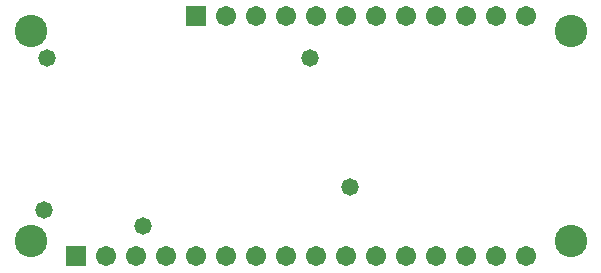
<source format=gbs>
G04*
G04 #@! TF.GenerationSoftware,Altium Limited,Altium Designer,20.1.12 (249)*
G04*
G04 Layer_Color=16711935*
%FSLAX25Y25*%
%MOIN*%
G70*
G04*
G04 #@! TF.SameCoordinates,33CBB710-F513-43EE-AC46-A9A21D48704F*
G04*
G04*
G04 #@! TF.FilePolarity,Negative*
G04*
G01*
G75*
%ADD18C,0.06706*%
%ADD19R,0.06706X0.06706*%
%ADD20C,0.10800*%
%ADD21C,0.05800*%
D18*
X75000Y85000D02*
D03*
X85000D02*
D03*
X95000D02*
D03*
X105000D02*
D03*
X115000D02*
D03*
X125000D02*
D03*
X135000D02*
D03*
X145000D02*
D03*
X155000D02*
D03*
X165000D02*
D03*
X175000D02*
D03*
X35000Y5000D02*
D03*
X45000D02*
D03*
X55000D02*
D03*
X65000D02*
D03*
X75000D02*
D03*
X85000D02*
D03*
X95000D02*
D03*
X105000D02*
D03*
X115000D02*
D03*
X125000D02*
D03*
X135000D02*
D03*
X145000D02*
D03*
X155000D02*
D03*
X165000D02*
D03*
X175000D02*
D03*
D19*
X65000Y85000D02*
D03*
X25000Y5000D02*
D03*
D20*
X190000Y10000D02*
D03*
Y80000D02*
D03*
X10000D02*
D03*
Y10000D02*
D03*
D21*
X116500Y28000D02*
D03*
X47500Y15000D02*
D03*
X15500Y71000D02*
D03*
X14500Y20500D02*
D03*
X103059Y71059D02*
D03*
M02*

</source>
